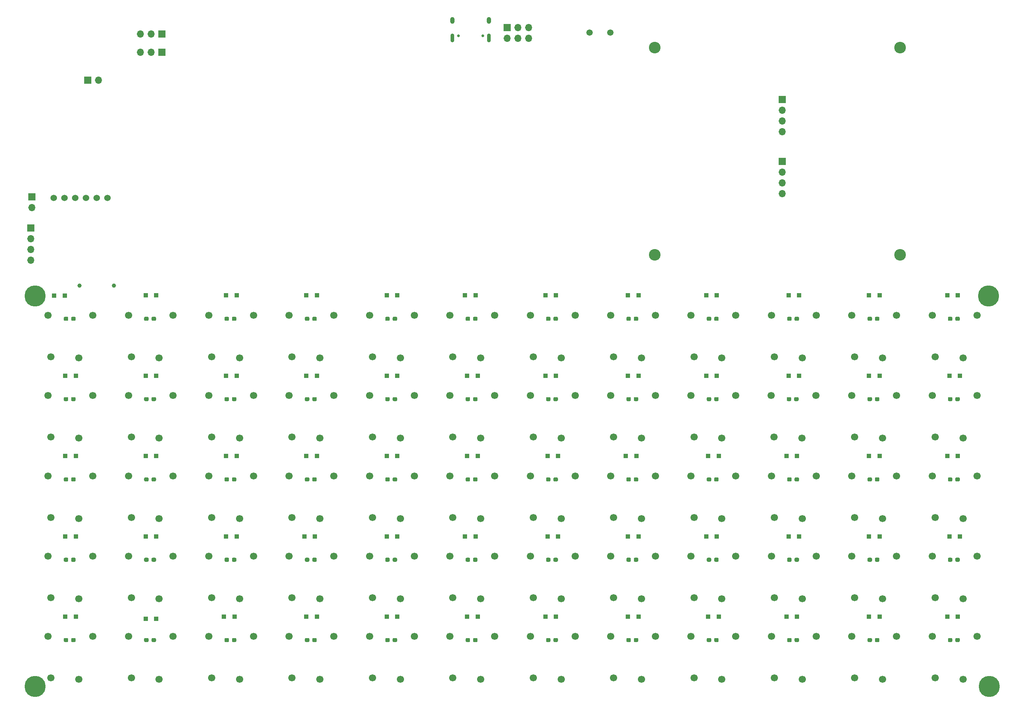
<source format=gbr>
%TF.GenerationSoftware,KiCad,Pcbnew,(5.1.9)-1*%
%TF.CreationDate,2021-10-30T21:00:12+02:00*%
%TF.ProjectId,88RPI,38385250-492e-46b6-9963-61645f706362,rev?*%
%TF.SameCoordinates,Original*%
%TF.FileFunction,Soldermask,Top*%
%TF.FilePolarity,Negative*%
%FSLAX46Y46*%
G04 Gerber Fmt 4.6, Leading zero omitted, Abs format (unit mm)*
G04 Created by KiCad (PCBNEW (5.1.9)-1) date 2021-10-30 21:00:12*
%MOMM*%
%LPD*%
G01*
G04 APERTURE LIST*
%ADD10O,1.700000X1.700000*%
%ADD11R,1.700000X1.700000*%
%ADD12C,0.650000*%
%ADD13O,0.900000X2.100000*%
%ADD14O,1.000000X1.600000*%
%ADD15C,1.524000*%
%ADD16C,1.000000*%
%ADD17C,0.800000*%
%ADD18C,5.000000*%
%ADD19C,2.750000*%
%ADD20C,1.700000*%
%ADD21R,1.000000X1.000000*%
%ADD22C,1.500000*%
G04 APERTURE END LIST*
D10*
%TO.C,J3*%
X138303000Y-22225000D03*
X138303000Y-19685000D03*
X135763000Y-22225000D03*
X135763000Y-19685000D03*
X133223000Y-22225000D03*
D11*
X133223000Y-19685000D03*
%TD*%
D12*
%TO.C,J4*%
X127464000Y-21622000D03*
X121684000Y-21622000D03*
D13*
X128894000Y-22122000D03*
X120254000Y-22122000D03*
D14*
X128894000Y-17942000D03*
X120254000Y-17942000D03*
%TD*%
D15*
%TO.C,U4*%
X38684200Y-59956700D03*
X36144200Y-59956700D03*
X33604200Y-59956700D03*
X31064200Y-59956700D03*
X28524200Y-59956700D03*
X25984200Y-59956700D03*
%TD*%
D16*
%TO.C,J11*%
X40208200Y-80695800D03*
X32105600Y-80695800D03*
%TD*%
D17*
%TO.C,H1*%
X22915825Y-81859175D03*
X21590000Y-81310000D03*
X20264175Y-81859175D03*
X19715000Y-83185000D03*
X20264175Y-84510825D03*
X21590000Y-85060000D03*
X22915825Y-84510825D03*
X23465000Y-83185000D03*
D18*
X21590000Y-83185000D03*
%TD*%
D17*
%TO.C,H2*%
X248340825Y-81859175D03*
X247015000Y-81310000D03*
X245689175Y-81859175D03*
X245140000Y-83185000D03*
X245689175Y-84510825D03*
X247015000Y-85060000D03*
X248340825Y-84510825D03*
X248890000Y-83185000D03*
D18*
X247015000Y-83185000D03*
%TD*%
D17*
%TO.C,H3*%
X22915825Y-174188175D03*
X21590000Y-173639000D03*
X20264175Y-174188175D03*
X19715000Y-175514000D03*
X20264175Y-176839825D03*
X21590000Y-177389000D03*
X22915825Y-176839825D03*
X23465000Y-175514000D03*
D18*
X21590000Y-175514000D03*
%TD*%
D17*
%TO.C,H4*%
X248467825Y-174188175D03*
X247142000Y-173639000D03*
X245816175Y-174188175D03*
X245267000Y-175514000D03*
X245816175Y-176839825D03*
X247142000Y-177389000D03*
X248467825Y-176839825D03*
X249017000Y-175514000D03*
D18*
X247142000Y-175514000D03*
%TD*%
D19*
%TO.C,J9*%
X226104000Y-73384000D03*
X168104000Y-73384000D03*
X168104000Y-24384000D03*
X226104000Y-24384000D03*
%TD*%
D10*
%TO.C,J10*%
X36576000Y-32131000D03*
D11*
X34036000Y-32131000D03*
%TD*%
D20*
%TO.C,SW1*%
X24681900Y-87691500D03*
X35261000Y-87704200D03*
X25367700Y-97521300D03*
X31959000Y-97800700D03*
G36*
G01*
X30150000Y-88779900D02*
X30150000Y-88304900D01*
G75*
G02*
X30387500Y-88067400I237500J0D01*
G01*
X30962500Y-88067400D01*
G75*
G02*
X31200000Y-88304900I0J-237500D01*
G01*
X31200000Y-88779900D01*
G75*
G02*
X30962500Y-89017400I-237500J0D01*
G01*
X30387500Y-89017400D01*
G75*
G02*
X30150000Y-88779900I0J237500D01*
G01*
G37*
G36*
G01*
X28400000Y-88779900D02*
X28400000Y-88304900D01*
G75*
G02*
X28637500Y-88067400I237500J0D01*
G01*
X29212500Y-88067400D01*
G75*
G02*
X29450000Y-88304900I0J-237500D01*
G01*
X29450000Y-88779900D01*
G75*
G02*
X29212500Y-89017400I-237500J0D01*
G01*
X28637500Y-89017400D01*
G75*
G02*
X28400000Y-88779900I0J237500D01*
G01*
G37*
%TD*%
%TO.C,SW2*%
G36*
G01*
X47400000Y-88779900D02*
X47400000Y-88304900D01*
G75*
G02*
X47637500Y-88067400I237500J0D01*
G01*
X48212500Y-88067400D01*
G75*
G02*
X48450000Y-88304900I0J-237500D01*
G01*
X48450000Y-88779900D01*
G75*
G02*
X48212500Y-89017400I-237500J0D01*
G01*
X47637500Y-89017400D01*
G75*
G02*
X47400000Y-88779900I0J237500D01*
G01*
G37*
G36*
G01*
X49150000Y-88779900D02*
X49150000Y-88304900D01*
G75*
G02*
X49387500Y-88067400I237500J0D01*
G01*
X49962500Y-88067400D01*
G75*
G02*
X50200000Y-88304900I0J-237500D01*
G01*
X50200000Y-88779900D01*
G75*
G02*
X49962500Y-89017400I-237500J0D01*
G01*
X49387500Y-89017400D01*
G75*
G02*
X49150000Y-88779900I0J237500D01*
G01*
G37*
X50959000Y-97800700D03*
X44367700Y-97521300D03*
X54261000Y-87704200D03*
X43681900Y-87691500D03*
%TD*%
%TO.C,SW3*%
X62681900Y-87691500D03*
X73261000Y-87704200D03*
X63367700Y-97521300D03*
X69959000Y-97800700D03*
G36*
G01*
X68150000Y-88779900D02*
X68150000Y-88304900D01*
G75*
G02*
X68387500Y-88067400I237500J0D01*
G01*
X68962500Y-88067400D01*
G75*
G02*
X69200000Y-88304900I0J-237500D01*
G01*
X69200000Y-88779900D01*
G75*
G02*
X68962500Y-89017400I-237500J0D01*
G01*
X68387500Y-89017400D01*
G75*
G02*
X68150000Y-88779900I0J237500D01*
G01*
G37*
G36*
G01*
X66400000Y-88779900D02*
X66400000Y-88304900D01*
G75*
G02*
X66637500Y-88067400I237500J0D01*
G01*
X67212500Y-88067400D01*
G75*
G02*
X67450000Y-88304900I0J-237500D01*
G01*
X67450000Y-88779900D01*
G75*
G02*
X67212500Y-89017400I-237500J0D01*
G01*
X66637500Y-89017400D01*
G75*
G02*
X66400000Y-88779900I0J237500D01*
G01*
G37*
%TD*%
%TO.C,SW4*%
G36*
G01*
X85400000Y-88779900D02*
X85400000Y-88304900D01*
G75*
G02*
X85637500Y-88067400I237500J0D01*
G01*
X86212500Y-88067400D01*
G75*
G02*
X86450000Y-88304900I0J-237500D01*
G01*
X86450000Y-88779900D01*
G75*
G02*
X86212500Y-89017400I-237500J0D01*
G01*
X85637500Y-89017400D01*
G75*
G02*
X85400000Y-88779900I0J237500D01*
G01*
G37*
G36*
G01*
X87150000Y-88779900D02*
X87150000Y-88304900D01*
G75*
G02*
X87387500Y-88067400I237500J0D01*
G01*
X87962500Y-88067400D01*
G75*
G02*
X88200000Y-88304900I0J-237500D01*
G01*
X88200000Y-88779900D01*
G75*
G02*
X87962500Y-89017400I-237500J0D01*
G01*
X87387500Y-89017400D01*
G75*
G02*
X87150000Y-88779900I0J237500D01*
G01*
G37*
X88959000Y-97800700D03*
X82367700Y-97521300D03*
X92261000Y-87704200D03*
X81681900Y-87691500D03*
%TD*%
%TO.C,SW5*%
X100681900Y-87691500D03*
X111261000Y-87704200D03*
X101367700Y-97521300D03*
X107959000Y-97800700D03*
G36*
G01*
X106150000Y-88779900D02*
X106150000Y-88304900D01*
G75*
G02*
X106387500Y-88067400I237500J0D01*
G01*
X106962500Y-88067400D01*
G75*
G02*
X107200000Y-88304900I0J-237500D01*
G01*
X107200000Y-88779900D01*
G75*
G02*
X106962500Y-89017400I-237500J0D01*
G01*
X106387500Y-89017400D01*
G75*
G02*
X106150000Y-88779900I0J237500D01*
G01*
G37*
G36*
G01*
X104400000Y-88779900D02*
X104400000Y-88304900D01*
G75*
G02*
X104637500Y-88067400I237500J0D01*
G01*
X105212500Y-88067400D01*
G75*
G02*
X105450000Y-88304900I0J-237500D01*
G01*
X105450000Y-88779900D01*
G75*
G02*
X105212500Y-89017400I-237500J0D01*
G01*
X104637500Y-89017400D01*
G75*
G02*
X104400000Y-88779900I0J237500D01*
G01*
G37*
%TD*%
%TO.C,SW6*%
G36*
G01*
X123400000Y-88779900D02*
X123400000Y-88304900D01*
G75*
G02*
X123637500Y-88067400I237500J0D01*
G01*
X124212500Y-88067400D01*
G75*
G02*
X124450000Y-88304900I0J-237500D01*
G01*
X124450000Y-88779900D01*
G75*
G02*
X124212500Y-89017400I-237500J0D01*
G01*
X123637500Y-89017400D01*
G75*
G02*
X123400000Y-88779900I0J237500D01*
G01*
G37*
G36*
G01*
X125150000Y-88779900D02*
X125150000Y-88304900D01*
G75*
G02*
X125387500Y-88067400I237500J0D01*
G01*
X125962500Y-88067400D01*
G75*
G02*
X126200000Y-88304900I0J-237500D01*
G01*
X126200000Y-88779900D01*
G75*
G02*
X125962500Y-89017400I-237500J0D01*
G01*
X125387500Y-89017400D01*
G75*
G02*
X125150000Y-88779900I0J237500D01*
G01*
G37*
X126959000Y-97800700D03*
X120367700Y-97521300D03*
X130261000Y-87704200D03*
X119681900Y-87691500D03*
%TD*%
%TO.C,SW7*%
X138681900Y-87691500D03*
X149261000Y-87704200D03*
X139367700Y-97521300D03*
X145959000Y-97800700D03*
G36*
G01*
X144150000Y-88779900D02*
X144150000Y-88304900D01*
G75*
G02*
X144387500Y-88067400I237500J0D01*
G01*
X144962500Y-88067400D01*
G75*
G02*
X145200000Y-88304900I0J-237500D01*
G01*
X145200000Y-88779900D01*
G75*
G02*
X144962500Y-89017400I-237500J0D01*
G01*
X144387500Y-89017400D01*
G75*
G02*
X144150000Y-88779900I0J237500D01*
G01*
G37*
G36*
G01*
X142400000Y-88779900D02*
X142400000Y-88304900D01*
G75*
G02*
X142637500Y-88067400I237500J0D01*
G01*
X143212500Y-88067400D01*
G75*
G02*
X143450000Y-88304900I0J-237500D01*
G01*
X143450000Y-88779900D01*
G75*
G02*
X143212500Y-89017400I-237500J0D01*
G01*
X142637500Y-89017400D01*
G75*
G02*
X142400000Y-88779900I0J237500D01*
G01*
G37*
%TD*%
%TO.C,SW8*%
G36*
G01*
X161400000Y-88779900D02*
X161400000Y-88304900D01*
G75*
G02*
X161637500Y-88067400I237500J0D01*
G01*
X162212500Y-88067400D01*
G75*
G02*
X162450000Y-88304900I0J-237500D01*
G01*
X162450000Y-88779900D01*
G75*
G02*
X162212500Y-89017400I-237500J0D01*
G01*
X161637500Y-89017400D01*
G75*
G02*
X161400000Y-88779900I0J237500D01*
G01*
G37*
G36*
G01*
X163150000Y-88779900D02*
X163150000Y-88304900D01*
G75*
G02*
X163387500Y-88067400I237500J0D01*
G01*
X163962500Y-88067400D01*
G75*
G02*
X164200000Y-88304900I0J-237500D01*
G01*
X164200000Y-88779900D01*
G75*
G02*
X163962500Y-89017400I-237500J0D01*
G01*
X163387500Y-89017400D01*
G75*
G02*
X163150000Y-88779900I0J237500D01*
G01*
G37*
X164959000Y-97800700D03*
X158367700Y-97521300D03*
X168261000Y-87704200D03*
X157681900Y-87691500D03*
%TD*%
%TO.C,SW9*%
X176681900Y-87691500D03*
X187261000Y-87704200D03*
X177367700Y-97521300D03*
X183959000Y-97800700D03*
G36*
G01*
X182150000Y-88779900D02*
X182150000Y-88304900D01*
G75*
G02*
X182387500Y-88067400I237500J0D01*
G01*
X182962500Y-88067400D01*
G75*
G02*
X183200000Y-88304900I0J-237500D01*
G01*
X183200000Y-88779900D01*
G75*
G02*
X182962500Y-89017400I-237500J0D01*
G01*
X182387500Y-89017400D01*
G75*
G02*
X182150000Y-88779900I0J237500D01*
G01*
G37*
G36*
G01*
X180400000Y-88779900D02*
X180400000Y-88304900D01*
G75*
G02*
X180637500Y-88067400I237500J0D01*
G01*
X181212500Y-88067400D01*
G75*
G02*
X181450000Y-88304900I0J-237500D01*
G01*
X181450000Y-88779900D01*
G75*
G02*
X181212500Y-89017400I-237500J0D01*
G01*
X180637500Y-89017400D01*
G75*
G02*
X180400000Y-88779900I0J237500D01*
G01*
G37*
%TD*%
%TO.C,SW10*%
X195681900Y-87691500D03*
X206261000Y-87704200D03*
X196367700Y-97521300D03*
X202959000Y-97800700D03*
G36*
G01*
X201150000Y-88779900D02*
X201150000Y-88304900D01*
G75*
G02*
X201387500Y-88067400I237500J0D01*
G01*
X201962500Y-88067400D01*
G75*
G02*
X202200000Y-88304900I0J-237500D01*
G01*
X202200000Y-88779900D01*
G75*
G02*
X201962500Y-89017400I-237500J0D01*
G01*
X201387500Y-89017400D01*
G75*
G02*
X201150000Y-88779900I0J237500D01*
G01*
G37*
G36*
G01*
X199400000Y-88779900D02*
X199400000Y-88304900D01*
G75*
G02*
X199637500Y-88067400I237500J0D01*
G01*
X200212500Y-88067400D01*
G75*
G02*
X200450000Y-88304900I0J-237500D01*
G01*
X200450000Y-88779900D01*
G75*
G02*
X200212500Y-89017400I-237500J0D01*
G01*
X199637500Y-89017400D01*
G75*
G02*
X199400000Y-88779900I0J237500D01*
G01*
G37*
%TD*%
%TO.C,SW11*%
X214681900Y-87691500D03*
X225261000Y-87704200D03*
X215367700Y-97521300D03*
X221959000Y-97800700D03*
G36*
G01*
X220150000Y-88779900D02*
X220150000Y-88304900D01*
G75*
G02*
X220387500Y-88067400I237500J0D01*
G01*
X220962500Y-88067400D01*
G75*
G02*
X221200000Y-88304900I0J-237500D01*
G01*
X221200000Y-88779900D01*
G75*
G02*
X220962500Y-89017400I-237500J0D01*
G01*
X220387500Y-89017400D01*
G75*
G02*
X220150000Y-88779900I0J237500D01*
G01*
G37*
G36*
G01*
X218400000Y-88779900D02*
X218400000Y-88304900D01*
G75*
G02*
X218637500Y-88067400I237500J0D01*
G01*
X219212500Y-88067400D01*
G75*
G02*
X219450000Y-88304900I0J-237500D01*
G01*
X219450000Y-88779900D01*
G75*
G02*
X219212500Y-89017400I-237500J0D01*
G01*
X218637500Y-89017400D01*
G75*
G02*
X218400000Y-88779900I0J237500D01*
G01*
G37*
%TD*%
%TO.C,SW12*%
G36*
G01*
X237400000Y-88779900D02*
X237400000Y-88304900D01*
G75*
G02*
X237637500Y-88067400I237500J0D01*
G01*
X238212500Y-88067400D01*
G75*
G02*
X238450000Y-88304900I0J-237500D01*
G01*
X238450000Y-88779900D01*
G75*
G02*
X238212500Y-89017400I-237500J0D01*
G01*
X237637500Y-89017400D01*
G75*
G02*
X237400000Y-88779900I0J237500D01*
G01*
G37*
G36*
G01*
X239150000Y-88779900D02*
X239150000Y-88304900D01*
G75*
G02*
X239387500Y-88067400I237500J0D01*
G01*
X239962500Y-88067400D01*
G75*
G02*
X240200000Y-88304900I0J-237500D01*
G01*
X240200000Y-88779900D01*
G75*
G02*
X239962500Y-89017400I-237500J0D01*
G01*
X239387500Y-89017400D01*
G75*
G02*
X239150000Y-88779900I0J237500D01*
G01*
G37*
X240959000Y-97800700D03*
X234367700Y-97521300D03*
X244261000Y-87704200D03*
X233681900Y-87691500D03*
%TD*%
%TO.C,SW13*%
X24681900Y-106691500D03*
X35261000Y-106704200D03*
X25367700Y-116521300D03*
X31959000Y-116800700D03*
G36*
G01*
X30150000Y-107779900D02*
X30150000Y-107304900D01*
G75*
G02*
X30387500Y-107067400I237500J0D01*
G01*
X30962500Y-107067400D01*
G75*
G02*
X31200000Y-107304900I0J-237500D01*
G01*
X31200000Y-107779900D01*
G75*
G02*
X30962500Y-108017400I-237500J0D01*
G01*
X30387500Y-108017400D01*
G75*
G02*
X30150000Y-107779900I0J237500D01*
G01*
G37*
G36*
G01*
X28400000Y-107779900D02*
X28400000Y-107304900D01*
G75*
G02*
X28637500Y-107067400I237500J0D01*
G01*
X29212500Y-107067400D01*
G75*
G02*
X29450000Y-107304900I0J-237500D01*
G01*
X29450000Y-107779900D01*
G75*
G02*
X29212500Y-108017400I-237500J0D01*
G01*
X28637500Y-108017400D01*
G75*
G02*
X28400000Y-107779900I0J237500D01*
G01*
G37*
%TD*%
%TO.C,SW14*%
G36*
G01*
X47400000Y-107779900D02*
X47400000Y-107304900D01*
G75*
G02*
X47637500Y-107067400I237500J0D01*
G01*
X48212500Y-107067400D01*
G75*
G02*
X48450000Y-107304900I0J-237500D01*
G01*
X48450000Y-107779900D01*
G75*
G02*
X48212500Y-108017400I-237500J0D01*
G01*
X47637500Y-108017400D01*
G75*
G02*
X47400000Y-107779900I0J237500D01*
G01*
G37*
G36*
G01*
X49150000Y-107779900D02*
X49150000Y-107304900D01*
G75*
G02*
X49387500Y-107067400I237500J0D01*
G01*
X49962500Y-107067400D01*
G75*
G02*
X50200000Y-107304900I0J-237500D01*
G01*
X50200000Y-107779900D01*
G75*
G02*
X49962500Y-108017400I-237500J0D01*
G01*
X49387500Y-108017400D01*
G75*
G02*
X49150000Y-107779900I0J237500D01*
G01*
G37*
X50959000Y-116800700D03*
X44367700Y-116521300D03*
X54261000Y-106704200D03*
X43681900Y-106691500D03*
%TD*%
%TO.C,SW15*%
X62681900Y-106691500D03*
X73261000Y-106704200D03*
X63367700Y-116521300D03*
X69959000Y-116800700D03*
G36*
G01*
X68150000Y-107779900D02*
X68150000Y-107304900D01*
G75*
G02*
X68387500Y-107067400I237500J0D01*
G01*
X68962500Y-107067400D01*
G75*
G02*
X69200000Y-107304900I0J-237500D01*
G01*
X69200000Y-107779900D01*
G75*
G02*
X68962500Y-108017400I-237500J0D01*
G01*
X68387500Y-108017400D01*
G75*
G02*
X68150000Y-107779900I0J237500D01*
G01*
G37*
G36*
G01*
X66400000Y-107779900D02*
X66400000Y-107304900D01*
G75*
G02*
X66637500Y-107067400I237500J0D01*
G01*
X67212500Y-107067400D01*
G75*
G02*
X67450000Y-107304900I0J-237500D01*
G01*
X67450000Y-107779900D01*
G75*
G02*
X67212500Y-108017400I-237500J0D01*
G01*
X66637500Y-108017400D01*
G75*
G02*
X66400000Y-107779900I0J237500D01*
G01*
G37*
%TD*%
%TO.C,SW16*%
G36*
G01*
X85400000Y-107779900D02*
X85400000Y-107304900D01*
G75*
G02*
X85637500Y-107067400I237500J0D01*
G01*
X86212500Y-107067400D01*
G75*
G02*
X86450000Y-107304900I0J-237500D01*
G01*
X86450000Y-107779900D01*
G75*
G02*
X86212500Y-108017400I-237500J0D01*
G01*
X85637500Y-108017400D01*
G75*
G02*
X85400000Y-107779900I0J237500D01*
G01*
G37*
G36*
G01*
X87150000Y-107779900D02*
X87150000Y-107304900D01*
G75*
G02*
X87387500Y-107067400I237500J0D01*
G01*
X87962500Y-107067400D01*
G75*
G02*
X88200000Y-107304900I0J-237500D01*
G01*
X88200000Y-107779900D01*
G75*
G02*
X87962500Y-108017400I-237500J0D01*
G01*
X87387500Y-108017400D01*
G75*
G02*
X87150000Y-107779900I0J237500D01*
G01*
G37*
X88959000Y-116800700D03*
X82367700Y-116521300D03*
X92261000Y-106704200D03*
X81681900Y-106691500D03*
%TD*%
%TO.C,SW17*%
X100681900Y-106691500D03*
X111261000Y-106704200D03*
X101367700Y-116521300D03*
X107959000Y-116800700D03*
G36*
G01*
X106150000Y-107779900D02*
X106150000Y-107304900D01*
G75*
G02*
X106387500Y-107067400I237500J0D01*
G01*
X106962500Y-107067400D01*
G75*
G02*
X107200000Y-107304900I0J-237500D01*
G01*
X107200000Y-107779900D01*
G75*
G02*
X106962500Y-108017400I-237500J0D01*
G01*
X106387500Y-108017400D01*
G75*
G02*
X106150000Y-107779900I0J237500D01*
G01*
G37*
G36*
G01*
X104400000Y-107779900D02*
X104400000Y-107304900D01*
G75*
G02*
X104637500Y-107067400I237500J0D01*
G01*
X105212500Y-107067400D01*
G75*
G02*
X105450000Y-107304900I0J-237500D01*
G01*
X105450000Y-107779900D01*
G75*
G02*
X105212500Y-108017400I-237500J0D01*
G01*
X104637500Y-108017400D01*
G75*
G02*
X104400000Y-107779900I0J237500D01*
G01*
G37*
%TD*%
%TO.C,SW18*%
X119681900Y-106691500D03*
X130261000Y-106704200D03*
X120367700Y-116521300D03*
X126959000Y-116800700D03*
G36*
G01*
X125150000Y-107779900D02*
X125150000Y-107304900D01*
G75*
G02*
X125387500Y-107067400I237500J0D01*
G01*
X125962500Y-107067400D01*
G75*
G02*
X126200000Y-107304900I0J-237500D01*
G01*
X126200000Y-107779900D01*
G75*
G02*
X125962500Y-108017400I-237500J0D01*
G01*
X125387500Y-108017400D01*
G75*
G02*
X125150000Y-107779900I0J237500D01*
G01*
G37*
G36*
G01*
X123400000Y-107779900D02*
X123400000Y-107304900D01*
G75*
G02*
X123637500Y-107067400I237500J0D01*
G01*
X124212500Y-107067400D01*
G75*
G02*
X124450000Y-107304900I0J-237500D01*
G01*
X124450000Y-107779900D01*
G75*
G02*
X124212500Y-108017400I-237500J0D01*
G01*
X123637500Y-108017400D01*
G75*
G02*
X123400000Y-107779900I0J237500D01*
G01*
G37*
%TD*%
%TO.C,SW19*%
X138681900Y-106691500D03*
X149261000Y-106704200D03*
X139367700Y-116521300D03*
X145959000Y-116800700D03*
G36*
G01*
X144150000Y-107779900D02*
X144150000Y-107304900D01*
G75*
G02*
X144387500Y-107067400I237500J0D01*
G01*
X144962500Y-107067400D01*
G75*
G02*
X145200000Y-107304900I0J-237500D01*
G01*
X145200000Y-107779900D01*
G75*
G02*
X144962500Y-108017400I-237500J0D01*
G01*
X144387500Y-108017400D01*
G75*
G02*
X144150000Y-107779900I0J237500D01*
G01*
G37*
G36*
G01*
X142400000Y-107779900D02*
X142400000Y-107304900D01*
G75*
G02*
X142637500Y-107067400I237500J0D01*
G01*
X143212500Y-107067400D01*
G75*
G02*
X143450000Y-107304900I0J-237500D01*
G01*
X143450000Y-107779900D01*
G75*
G02*
X143212500Y-108017400I-237500J0D01*
G01*
X142637500Y-108017400D01*
G75*
G02*
X142400000Y-107779900I0J237500D01*
G01*
G37*
%TD*%
%TO.C,SW20*%
G36*
G01*
X161400000Y-107779900D02*
X161400000Y-107304900D01*
G75*
G02*
X161637500Y-107067400I237500J0D01*
G01*
X162212500Y-107067400D01*
G75*
G02*
X162450000Y-107304900I0J-237500D01*
G01*
X162450000Y-107779900D01*
G75*
G02*
X162212500Y-108017400I-237500J0D01*
G01*
X161637500Y-108017400D01*
G75*
G02*
X161400000Y-107779900I0J237500D01*
G01*
G37*
G36*
G01*
X163150000Y-107779900D02*
X163150000Y-107304900D01*
G75*
G02*
X163387500Y-107067400I237500J0D01*
G01*
X163962500Y-107067400D01*
G75*
G02*
X164200000Y-107304900I0J-237500D01*
G01*
X164200000Y-107779900D01*
G75*
G02*
X163962500Y-108017400I-237500J0D01*
G01*
X163387500Y-108017400D01*
G75*
G02*
X163150000Y-107779900I0J237500D01*
G01*
G37*
X164959000Y-116800700D03*
X158367700Y-116521300D03*
X168261000Y-106704200D03*
X157681900Y-106691500D03*
%TD*%
%TO.C,SW21*%
X176681900Y-106691500D03*
X187261000Y-106704200D03*
X177367700Y-116521300D03*
X183959000Y-116800700D03*
G36*
G01*
X182150000Y-107779900D02*
X182150000Y-107304900D01*
G75*
G02*
X182387500Y-107067400I237500J0D01*
G01*
X182962500Y-107067400D01*
G75*
G02*
X183200000Y-107304900I0J-237500D01*
G01*
X183200000Y-107779900D01*
G75*
G02*
X182962500Y-108017400I-237500J0D01*
G01*
X182387500Y-108017400D01*
G75*
G02*
X182150000Y-107779900I0J237500D01*
G01*
G37*
G36*
G01*
X180400000Y-107779900D02*
X180400000Y-107304900D01*
G75*
G02*
X180637500Y-107067400I237500J0D01*
G01*
X181212500Y-107067400D01*
G75*
G02*
X181450000Y-107304900I0J-237500D01*
G01*
X181450000Y-107779900D01*
G75*
G02*
X181212500Y-108017400I-237500J0D01*
G01*
X180637500Y-108017400D01*
G75*
G02*
X180400000Y-107779900I0J237500D01*
G01*
G37*
%TD*%
%TO.C,SW22*%
G36*
G01*
X199300000Y-107779900D02*
X199300000Y-107304900D01*
G75*
G02*
X199537500Y-107067400I237500J0D01*
G01*
X200112500Y-107067400D01*
G75*
G02*
X200350000Y-107304900I0J-237500D01*
G01*
X200350000Y-107779900D01*
G75*
G02*
X200112500Y-108017400I-237500J0D01*
G01*
X199537500Y-108017400D01*
G75*
G02*
X199300000Y-107779900I0J237500D01*
G01*
G37*
G36*
G01*
X201050000Y-107779900D02*
X201050000Y-107304900D01*
G75*
G02*
X201287500Y-107067400I237500J0D01*
G01*
X201862500Y-107067400D01*
G75*
G02*
X202100000Y-107304900I0J-237500D01*
G01*
X202100000Y-107779900D01*
G75*
G02*
X201862500Y-108017400I-237500J0D01*
G01*
X201287500Y-108017400D01*
G75*
G02*
X201050000Y-107779900I0J237500D01*
G01*
G37*
X202859000Y-116800700D03*
X196267700Y-116521300D03*
X206161000Y-106704200D03*
X195581900Y-106691500D03*
%TD*%
%TO.C,SW23*%
X214681900Y-106691500D03*
X225261000Y-106704200D03*
X215367700Y-116521300D03*
X221959000Y-116800700D03*
G36*
G01*
X220150000Y-107779900D02*
X220150000Y-107304900D01*
G75*
G02*
X220387500Y-107067400I237500J0D01*
G01*
X220962500Y-107067400D01*
G75*
G02*
X221200000Y-107304900I0J-237500D01*
G01*
X221200000Y-107779900D01*
G75*
G02*
X220962500Y-108017400I-237500J0D01*
G01*
X220387500Y-108017400D01*
G75*
G02*
X220150000Y-107779900I0J237500D01*
G01*
G37*
G36*
G01*
X218400000Y-107779900D02*
X218400000Y-107304900D01*
G75*
G02*
X218637500Y-107067400I237500J0D01*
G01*
X219212500Y-107067400D01*
G75*
G02*
X219450000Y-107304900I0J-237500D01*
G01*
X219450000Y-107779900D01*
G75*
G02*
X219212500Y-108017400I-237500J0D01*
G01*
X218637500Y-108017400D01*
G75*
G02*
X218400000Y-107779900I0J237500D01*
G01*
G37*
%TD*%
%TO.C,SW24*%
G36*
G01*
X237400000Y-107779900D02*
X237400000Y-107304900D01*
G75*
G02*
X237637500Y-107067400I237500J0D01*
G01*
X238212500Y-107067400D01*
G75*
G02*
X238450000Y-107304900I0J-237500D01*
G01*
X238450000Y-107779900D01*
G75*
G02*
X238212500Y-108017400I-237500J0D01*
G01*
X237637500Y-108017400D01*
G75*
G02*
X237400000Y-107779900I0J237500D01*
G01*
G37*
G36*
G01*
X239150000Y-107779900D02*
X239150000Y-107304900D01*
G75*
G02*
X239387500Y-107067400I237500J0D01*
G01*
X239962500Y-107067400D01*
G75*
G02*
X240200000Y-107304900I0J-237500D01*
G01*
X240200000Y-107779900D01*
G75*
G02*
X239962500Y-108017400I-237500J0D01*
G01*
X239387500Y-108017400D01*
G75*
G02*
X239150000Y-107779900I0J237500D01*
G01*
G37*
X240959000Y-116800700D03*
X234367700Y-116521300D03*
X244261000Y-106704200D03*
X233681900Y-106691500D03*
%TD*%
%TO.C,SW25*%
X24681900Y-125691500D03*
X35261000Y-125704200D03*
X25367700Y-135521300D03*
X31959000Y-135800700D03*
G36*
G01*
X30150000Y-126779900D02*
X30150000Y-126304900D01*
G75*
G02*
X30387500Y-126067400I237500J0D01*
G01*
X30962500Y-126067400D01*
G75*
G02*
X31200000Y-126304900I0J-237500D01*
G01*
X31200000Y-126779900D01*
G75*
G02*
X30962500Y-127017400I-237500J0D01*
G01*
X30387500Y-127017400D01*
G75*
G02*
X30150000Y-126779900I0J237500D01*
G01*
G37*
G36*
G01*
X28400000Y-126779900D02*
X28400000Y-126304900D01*
G75*
G02*
X28637500Y-126067400I237500J0D01*
G01*
X29212500Y-126067400D01*
G75*
G02*
X29450000Y-126304900I0J-237500D01*
G01*
X29450000Y-126779900D01*
G75*
G02*
X29212500Y-127017400I-237500J0D01*
G01*
X28637500Y-127017400D01*
G75*
G02*
X28400000Y-126779900I0J237500D01*
G01*
G37*
%TD*%
%TO.C,SW26*%
G36*
G01*
X47400000Y-126779900D02*
X47400000Y-126304900D01*
G75*
G02*
X47637500Y-126067400I237500J0D01*
G01*
X48212500Y-126067400D01*
G75*
G02*
X48450000Y-126304900I0J-237500D01*
G01*
X48450000Y-126779900D01*
G75*
G02*
X48212500Y-127017400I-237500J0D01*
G01*
X47637500Y-127017400D01*
G75*
G02*
X47400000Y-126779900I0J237500D01*
G01*
G37*
G36*
G01*
X49150000Y-126779900D02*
X49150000Y-126304900D01*
G75*
G02*
X49387500Y-126067400I237500J0D01*
G01*
X49962500Y-126067400D01*
G75*
G02*
X50200000Y-126304900I0J-237500D01*
G01*
X50200000Y-126779900D01*
G75*
G02*
X49962500Y-127017400I-237500J0D01*
G01*
X49387500Y-127017400D01*
G75*
G02*
X49150000Y-126779900I0J237500D01*
G01*
G37*
X50959000Y-135800700D03*
X44367700Y-135521300D03*
X54261000Y-125704200D03*
X43681900Y-125691500D03*
%TD*%
%TO.C,SW27*%
G36*
G01*
X66400000Y-126779900D02*
X66400000Y-126304900D01*
G75*
G02*
X66637500Y-126067400I237500J0D01*
G01*
X67212500Y-126067400D01*
G75*
G02*
X67450000Y-126304900I0J-237500D01*
G01*
X67450000Y-126779900D01*
G75*
G02*
X67212500Y-127017400I-237500J0D01*
G01*
X66637500Y-127017400D01*
G75*
G02*
X66400000Y-126779900I0J237500D01*
G01*
G37*
G36*
G01*
X68150000Y-126779900D02*
X68150000Y-126304900D01*
G75*
G02*
X68387500Y-126067400I237500J0D01*
G01*
X68962500Y-126067400D01*
G75*
G02*
X69200000Y-126304900I0J-237500D01*
G01*
X69200000Y-126779900D01*
G75*
G02*
X68962500Y-127017400I-237500J0D01*
G01*
X68387500Y-127017400D01*
G75*
G02*
X68150000Y-126779900I0J237500D01*
G01*
G37*
X69959000Y-135800700D03*
X63367700Y-135521300D03*
X73261000Y-125704200D03*
X62681900Y-125691500D03*
%TD*%
%TO.C,SW28*%
G36*
G01*
X85400000Y-126779900D02*
X85400000Y-126304900D01*
G75*
G02*
X85637500Y-126067400I237500J0D01*
G01*
X86212500Y-126067400D01*
G75*
G02*
X86450000Y-126304900I0J-237500D01*
G01*
X86450000Y-126779900D01*
G75*
G02*
X86212500Y-127017400I-237500J0D01*
G01*
X85637500Y-127017400D01*
G75*
G02*
X85400000Y-126779900I0J237500D01*
G01*
G37*
G36*
G01*
X87150000Y-126779900D02*
X87150000Y-126304900D01*
G75*
G02*
X87387500Y-126067400I237500J0D01*
G01*
X87962500Y-126067400D01*
G75*
G02*
X88200000Y-126304900I0J-237500D01*
G01*
X88200000Y-126779900D01*
G75*
G02*
X87962500Y-127017400I-237500J0D01*
G01*
X87387500Y-127017400D01*
G75*
G02*
X87150000Y-126779900I0J237500D01*
G01*
G37*
X88959000Y-135800700D03*
X82367700Y-135521300D03*
X92261000Y-125704200D03*
X81681900Y-125691500D03*
%TD*%
%TO.C,SW29*%
X100681900Y-125691500D03*
X111261000Y-125704200D03*
X101367700Y-135521300D03*
X107959000Y-135800700D03*
G36*
G01*
X106150000Y-126779900D02*
X106150000Y-126304900D01*
G75*
G02*
X106387500Y-126067400I237500J0D01*
G01*
X106962500Y-126067400D01*
G75*
G02*
X107200000Y-126304900I0J-237500D01*
G01*
X107200000Y-126779900D01*
G75*
G02*
X106962500Y-127017400I-237500J0D01*
G01*
X106387500Y-127017400D01*
G75*
G02*
X106150000Y-126779900I0J237500D01*
G01*
G37*
G36*
G01*
X104400000Y-126779900D02*
X104400000Y-126304900D01*
G75*
G02*
X104637500Y-126067400I237500J0D01*
G01*
X105212500Y-126067400D01*
G75*
G02*
X105450000Y-126304900I0J-237500D01*
G01*
X105450000Y-126779900D01*
G75*
G02*
X105212500Y-127017400I-237500J0D01*
G01*
X104637500Y-127017400D01*
G75*
G02*
X104400000Y-126779900I0J237500D01*
G01*
G37*
%TD*%
%TO.C,SW30*%
G36*
G01*
X123400000Y-126779900D02*
X123400000Y-126304900D01*
G75*
G02*
X123637500Y-126067400I237500J0D01*
G01*
X124212500Y-126067400D01*
G75*
G02*
X124450000Y-126304900I0J-237500D01*
G01*
X124450000Y-126779900D01*
G75*
G02*
X124212500Y-127017400I-237500J0D01*
G01*
X123637500Y-127017400D01*
G75*
G02*
X123400000Y-126779900I0J237500D01*
G01*
G37*
G36*
G01*
X125150000Y-126779900D02*
X125150000Y-126304900D01*
G75*
G02*
X125387500Y-126067400I237500J0D01*
G01*
X125962500Y-126067400D01*
G75*
G02*
X126200000Y-126304900I0J-237500D01*
G01*
X126200000Y-126779900D01*
G75*
G02*
X125962500Y-127017400I-237500J0D01*
G01*
X125387500Y-127017400D01*
G75*
G02*
X125150000Y-126779900I0J237500D01*
G01*
G37*
X126959000Y-135800700D03*
X120367700Y-135521300D03*
X130261000Y-125704200D03*
X119681900Y-125691500D03*
%TD*%
%TO.C,SW31*%
X138681900Y-125691500D03*
X149261000Y-125704200D03*
X139367700Y-135521300D03*
X145959000Y-135800700D03*
G36*
G01*
X144150000Y-126779900D02*
X144150000Y-126304900D01*
G75*
G02*
X144387500Y-126067400I237500J0D01*
G01*
X144962500Y-126067400D01*
G75*
G02*
X145200000Y-126304900I0J-237500D01*
G01*
X145200000Y-126779900D01*
G75*
G02*
X144962500Y-127017400I-237500J0D01*
G01*
X144387500Y-127017400D01*
G75*
G02*
X144150000Y-126779900I0J237500D01*
G01*
G37*
G36*
G01*
X142400000Y-126779900D02*
X142400000Y-126304900D01*
G75*
G02*
X142637500Y-126067400I237500J0D01*
G01*
X143212500Y-126067400D01*
G75*
G02*
X143450000Y-126304900I0J-237500D01*
G01*
X143450000Y-126779900D01*
G75*
G02*
X143212500Y-127017400I-237500J0D01*
G01*
X142637500Y-127017400D01*
G75*
G02*
X142400000Y-126779900I0J237500D01*
G01*
G37*
%TD*%
%TO.C,SW32*%
G36*
G01*
X161400000Y-126779900D02*
X161400000Y-126304900D01*
G75*
G02*
X161637500Y-126067400I237500J0D01*
G01*
X162212500Y-126067400D01*
G75*
G02*
X162450000Y-126304900I0J-237500D01*
G01*
X162450000Y-126779900D01*
G75*
G02*
X162212500Y-127017400I-237500J0D01*
G01*
X161637500Y-127017400D01*
G75*
G02*
X161400000Y-126779900I0J237500D01*
G01*
G37*
G36*
G01*
X163150000Y-126779900D02*
X163150000Y-126304900D01*
G75*
G02*
X163387500Y-126067400I237500J0D01*
G01*
X163962500Y-126067400D01*
G75*
G02*
X164200000Y-126304900I0J-237500D01*
G01*
X164200000Y-126779900D01*
G75*
G02*
X163962500Y-127017400I-237500J0D01*
G01*
X163387500Y-127017400D01*
G75*
G02*
X163150000Y-126779900I0J237500D01*
G01*
G37*
X164959000Y-135800700D03*
X158367700Y-135521300D03*
X168261000Y-125704200D03*
X157681900Y-125691500D03*
%TD*%
%TO.C,SW33*%
X176681900Y-125691500D03*
X187261000Y-125704200D03*
X177367700Y-135521300D03*
X183959000Y-135800700D03*
G36*
G01*
X182150000Y-126779900D02*
X182150000Y-126304900D01*
G75*
G02*
X182387500Y-126067400I237500J0D01*
G01*
X182962500Y-126067400D01*
G75*
G02*
X183200000Y-126304900I0J-237500D01*
G01*
X183200000Y-126779900D01*
G75*
G02*
X182962500Y-127017400I-237500J0D01*
G01*
X182387500Y-127017400D01*
G75*
G02*
X182150000Y-126779900I0J237500D01*
G01*
G37*
G36*
G01*
X180400000Y-126779900D02*
X180400000Y-126304900D01*
G75*
G02*
X180637500Y-126067400I237500J0D01*
G01*
X181212500Y-126067400D01*
G75*
G02*
X181450000Y-126304900I0J-237500D01*
G01*
X181450000Y-126779900D01*
G75*
G02*
X181212500Y-127017400I-237500J0D01*
G01*
X180637500Y-127017400D01*
G75*
G02*
X180400000Y-126779900I0J237500D01*
G01*
G37*
%TD*%
%TO.C,SW34*%
G36*
G01*
X199400000Y-126779900D02*
X199400000Y-126304900D01*
G75*
G02*
X199637500Y-126067400I237500J0D01*
G01*
X200212500Y-126067400D01*
G75*
G02*
X200450000Y-126304900I0J-237500D01*
G01*
X200450000Y-126779900D01*
G75*
G02*
X200212500Y-127017400I-237500J0D01*
G01*
X199637500Y-127017400D01*
G75*
G02*
X199400000Y-126779900I0J237500D01*
G01*
G37*
G36*
G01*
X201150000Y-126779900D02*
X201150000Y-126304900D01*
G75*
G02*
X201387500Y-126067400I237500J0D01*
G01*
X201962500Y-126067400D01*
G75*
G02*
X202200000Y-126304900I0J-237500D01*
G01*
X202200000Y-126779900D01*
G75*
G02*
X201962500Y-127017400I-237500J0D01*
G01*
X201387500Y-127017400D01*
G75*
G02*
X201150000Y-126779900I0J237500D01*
G01*
G37*
X202959000Y-135800700D03*
X196367700Y-135521300D03*
X206261000Y-125704200D03*
X195681900Y-125691500D03*
%TD*%
%TO.C,SW35*%
G36*
G01*
X218400000Y-126779900D02*
X218400000Y-126304900D01*
G75*
G02*
X218637500Y-126067400I237500J0D01*
G01*
X219212500Y-126067400D01*
G75*
G02*
X219450000Y-126304900I0J-237500D01*
G01*
X219450000Y-126779900D01*
G75*
G02*
X219212500Y-127017400I-237500J0D01*
G01*
X218637500Y-127017400D01*
G75*
G02*
X218400000Y-126779900I0J237500D01*
G01*
G37*
G36*
G01*
X220150000Y-126779900D02*
X220150000Y-126304900D01*
G75*
G02*
X220387500Y-126067400I237500J0D01*
G01*
X220962500Y-126067400D01*
G75*
G02*
X221200000Y-126304900I0J-237500D01*
G01*
X221200000Y-126779900D01*
G75*
G02*
X220962500Y-127017400I-237500J0D01*
G01*
X220387500Y-127017400D01*
G75*
G02*
X220150000Y-126779900I0J237500D01*
G01*
G37*
X221959000Y-135800700D03*
X215367700Y-135521300D03*
X225261000Y-125704200D03*
X214681900Y-125691500D03*
%TD*%
%TO.C,SW36*%
G36*
G01*
X237400000Y-126779900D02*
X237400000Y-126304900D01*
G75*
G02*
X237637500Y-126067400I237500J0D01*
G01*
X238212500Y-126067400D01*
G75*
G02*
X238450000Y-126304900I0J-237500D01*
G01*
X238450000Y-126779900D01*
G75*
G02*
X238212500Y-127017400I-237500J0D01*
G01*
X237637500Y-127017400D01*
G75*
G02*
X237400000Y-126779900I0J237500D01*
G01*
G37*
G36*
G01*
X239150000Y-126779900D02*
X239150000Y-126304900D01*
G75*
G02*
X239387500Y-126067400I237500J0D01*
G01*
X239962500Y-126067400D01*
G75*
G02*
X240200000Y-126304900I0J-237500D01*
G01*
X240200000Y-126779900D01*
G75*
G02*
X239962500Y-127017400I-237500J0D01*
G01*
X239387500Y-127017400D01*
G75*
G02*
X239150000Y-126779900I0J237500D01*
G01*
G37*
X240959000Y-135800700D03*
X234367700Y-135521300D03*
X244261000Y-125704200D03*
X233681900Y-125691500D03*
%TD*%
%TO.C,SW37*%
X24681900Y-144691500D03*
X35261000Y-144704200D03*
X25367700Y-154521300D03*
X31959000Y-154800700D03*
G36*
G01*
X30150000Y-145779900D02*
X30150000Y-145304900D01*
G75*
G02*
X30387500Y-145067400I237500J0D01*
G01*
X30962500Y-145067400D01*
G75*
G02*
X31200000Y-145304900I0J-237500D01*
G01*
X31200000Y-145779900D01*
G75*
G02*
X30962500Y-146017400I-237500J0D01*
G01*
X30387500Y-146017400D01*
G75*
G02*
X30150000Y-145779900I0J237500D01*
G01*
G37*
G36*
G01*
X28400000Y-145779900D02*
X28400000Y-145304900D01*
G75*
G02*
X28637500Y-145067400I237500J0D01*
G01*
X29212500Y-145067400D01*
G75*
G02*
X29450000Y-145304900I0J-237500D01*
G01*
X29450000Y-145779900D01*
G75*
G02*
X29212500Y-146017400I-237500J0D01*
G01*
X28637500Y-146017400D01*
G75*
G02*
X28400000Y-145779900I0J237500D01*
G01*
G37*
%TD*%
%TO.C,SW38*%
G36*
G01*
X47400000Y-145779900D02*
X47400000Y-145304900D01*
G75*
G02*
X47637500Y-145067400I237500J0D01*
G01*
X48212500Y-145067400D01*
G75*
G02*
X48450000Y-145304900I0J-237500D01*
G01*
X48450000Y-145779900D01*
G75*
G02*
X48212500Y-146017400I-237500J0D01*
G01*
X47637500Y-146017400D01*
G75*
G02*
X47400000Y-145779900I0J237500D01*
G01*
G37*
G36*
G01*
X49150000Y-145779900D02*
X49150000Y-145304900D01*
G75*
G02*
X49387500Y-145067400I237500J0D01*
G01*
X49962500Y-145067400D01*
G75*
G02*
X50200000Y-145304900I0J-237500D01*
G01*
X50200000Y-145779900D01*
G75*
G02*
X49962500Y-146017400I-237500J0D01*
G01*
X49387500Y-146017400D01*
G75*
G02*
X49150000Y-145779900I0J237500D01*
G01*
G37*
X50959000Y-154800700D03*
X44367700Y-154521300D03*
X54261000Y-144704200D03*
X43681900Y-144691500D03*
%TD*%
%TO.C,SW39*%
X62681900Y-144691500D03*
X73261000Y-144704200D03*
X63367700Y-154521300D03*
X69959000Y-154800700D03*
G36*
G01*
X68150000Y-145779900D02*
X68150000Y-145304900D01*
G75*
G02*
X68387500Y-145067400I237500J0D01*
G01*
X68962500Y-145067400D01*
G75*
G02*
X69200000Y-145304900I0J-237500D01*
G01*
X69200000Y-145779900D01*
G75*
G02*
X68962500Y-146017400I-237500J0D01*
G01*
X68387500Y-146017400D01*
G75*
G02*
X68150000Y-145779900I0J237500D01*
G01*
G37*
G36*
G01*
X66400000Y-145779900D02*
X66400000Y-145304900D01*
G75*
G02*
X66637500Y-145067400I237500J0D01*
G01*
X67212500Y-145067400D01*
G75*
G02*
X67450000Y-145304900I0J-237500D01*
G01*
X67450000Y-145779900D01*
G75*
G02*
X67212500Y-146017400I-237500J0D01*
G01*
X66637500Y-146017400D01*
G75*
G02*
X66400000Y-145779900I0J237500D01*
G01*
G37*
%TD*%
%TO.C,SW40*%
G36*
G01*
X85400000Y-145779900D02*
X85400000Y-145304900D01*
G75*
G02*
X85637500Y-145067400I237500J0D01*
G01*
X86212500Y-145067400D01*
G75*
G02*
X86450000Y-145304900I0J-237500D01*
G01*
X86450000Y-145779900D01*
G75*
G02*
X86212500Y-146017400I-237500J0D01*
G01*
X85637500Y-146017400D01*
G75*
G02*
X85400000Y-145779900I0J237500D01*
G01*
G37*
G36*
G01*
X87150000Y-145779900D02*
X87150000Y-145304900D01*
G75*
G02*
X87387500Y-145067400I237500J0D01*
G01*
X87962500Y-145067400D01*
G75*
G02*
X88200000Y-145304900I0J-237500D01*
G01*
X88200000Y-145779900D01*
G75*
G02*
X87962500Y-146017400I-237500J0D01*
G01*
X87387500Y-146017400D01*
G75*
G02*
X87150000Y-145779900I0J237500D01*
G01*
G37*
X88959000Y-154800700D03*
X82367700Y-154521300D03*
X92261000Y-144704200D03*
X81681900Y-144691500D03*
%TD*%
%TO.C,SW41*%
X100681900Y-144691500D03*
X111261000Y-144704200D03*
X101367700Y-154521300D03*
X107959000Y-154800700D03*
G36*
G01*
X106150000Y-145779900D02*
X106150000Y-145304900D01*
G75*
G02*
X106387500Y-145067400I237500J0D01*
G01*
X106962500Y-145067400D01*
G75*
G02*
X107200000Y-145304900I0J-237500D01*
G01*
X107200000Y-145779900D01*
G75*
G02*
X106962500Y-146017400I-237500J0D01*
G01*
X106387500Y-146017400D01*
G75*
G02*
X106150000Y-145779900I0J237500D01*
G01*
G37*
G36*
G01*
X104400000Y-145779900D02*
X104400000Y-145304900D01*
G75*
G02*
X104637500Y-145067400I237500J0D01*
G01*
X105212500Y-145067400D01*
G75*
G02*
X105450000Y-145304900I0J-237500D01*
G01*
X105450000Y-145779900D01*
G75*
G02*
X105212500Y-146017400I-237500J0D01*
G01*
X104637500Y-146017400D01*
G75*
G02*
X104400000Y-145779900I0J237500D01*
G01*
G37*
%TD*%
%TO.C,SW42*%
G36*
G01*
X123400000Y-145779900D02*
X123400000Y-145304900D01*
G75*
G02*
X123637500Y-145067400I237500J0D01*
G01*
X124212500Y-145067400D01*
G75*
G02*
X124450000Y-145304900I0J-237500D01*
G01*
X124450000Y-145779900D01*
G75*
G02*
X124212500Y-146017400I-237500J0D01*
G01*
X123637500Y-146017400D01*
G75*
G02*
X123400000Y-145779900I0J237500D01*
G01*
G37*
G36*
G01*
X125150000Y-145779900D02*
X125150000Y-145304900D01*
G75*
G02*
X125387500Y-145067400I237500J0D01*
G01*
X125962500Y-145067400D01*
G75*
G02*
X126200000Y-145304900I0J-237500D01*
G01*
X126200000Y-145779900D01*
G75*
G02*
X125962500Y-146017400I-237500J0D01*
G01*
X125387500Y-146017400D01*
G75*
G02*
X125150000Y-145779900I0J237500D01*
G01*
G37*
X126959000Y-154800700D03*
X120367700Y-154521300D03*
X130261000Y-144704200D03*
X119681900Y-144691500D03*
%TD*%
%TO.C,SW43*%
X138681900Y-144691500D03*
X149261000Y-144704200D03*
X139367700Y-154521300D03*
X145959000Y-154800700D03*
G36*
G01*
X144150000Y-145779900D02*
X144150000Y-145304900D01*
G75*
G02*
X144387500Y-145067400I237500J0D01*
G01*
X144962500Y-145067400D01*
G75*
G02*
X145200000Y-145304900I0J-237500D01*
G01*
X145200000Y-145779900D01*
G75*
G02*
X144962500Y-146017400I-237500J0D01*
G01*
X144387500Y-146017400D01*
G75*
G02*
X144150000Y-145779900I0J237500D01*
G01*
G37*
G36*
G01*
X142400000Y-145779900D02*
X142400000Y-145304900D01*
G75*
G02*
X142637500Y-145067400I237500J0D01*
G01*
X143212500Y-145067400D01*
G75*
G02*
X143450000Y-145304900I0J-237500D01*
G01*
X143450000Y-145779900D01*
G75*
G02*
X143212500Y-146017400I-237500J0D01*
G01*
X142637500Y-146017400D01*
G75*
G02*
X142400000Y-145779900I0J237500D01*
G01*
G37*
%TD*%
%TO.C,SW44*%
G36*
G01*
X161400000Y-145779900D02*
X161400000Y-145304900D01*
G75*
G02*
X161637500Y-145067400I237500J0D01*
G01*
X162212500Y-145067400D01*
G75*
G02*
X162450000Y-145304900I0J-237500D01*
G01*
X162450000Y-145779900D01*
G75*
G02*
X162212500Y-146017400I-237500J0D01*
G01*
X161637500Y-146017400D01*
G75*
G02*
X161400000Y-145779900I0J237500D01*
G01*
G37*
G36*
G01*
X163150000Y-145779900D02*
X163150000Y-145304900D01*
G75*
G02*
X163387500Y-145067400I237500J0D01*
G01*
X163962500Y-145067400D01*
G75*
G02*
X164200000Y-145304900I0J-237500D01*
G01*
X164200000Y-145779900D01*
G75*
G02*
X163962500Y-146017400I-237500J0D01*
G01*
X163387500Y-146017400D01*
G75*
G02*
X163150000Y-145779900I0J237500D01*
G01*
G37*
X164959000Y-154800700D03*
X158367700Y-154521300D03*
X168261000Y-144704200D03*
X157681900Y-144691500D03*
%TD*%
%TO.C,SW45*%
X176681900Y-144691500D03*
X187261000Y-144704200D03*
X177367700Y-154521300D03*
X183959000Y-154800700D03*
G36*
G01*
X182150000Y-145779900D02*
X182150000Y-145304900D01*
G75*
G02*
X182387500Y-145067400I237500J0D01*
G01*
X182962500Y-145067400D01*
G75*
G02*
X183200000Y-145304900I0J-237500D01*
G01*
X183200000Y-145779900D01*
G75*
G02*
X182962500Y-146017400I-237500J0D01*
G01*
X182387500Y-146017400D01*
G75*
G02*
X182150000Y-145779900I0J237500D01*
G01*
G37*
G36*
G01*
X180400000Y-145779900D02*
X180400000Y-145304900D01*
G75*
G02*
X180637500Y-145067400I237500J0D01*
G01*
X181212500Y-145067400D01*
G75*
G02*
X181450000Y-145304900I0J-237500D01*
G01*
X181450000Y-145779900D01*
G75*
G02*
X181212500Y-146017400I-237500J0D01*
G01*
X180637500Y-146017400D01*
G75*
G02*
X180400000Y-145779900I0J237500D01*
G01*
G37*
%TD*%
%TO.C,SW46*%
G36*
G01*
X199400000Y-145779900D02*
X199400000Y-145304900D01*
G75*
G02*
X199637500Y-145067400I237500J0D01*
G01*
X200212500Y-145067400D01*
G75*
G02*
X200450000Y-145304900I0J-237500D01*
G01*
X200450000Y-145779900D01*
G75*
G02*
X200212500Y-146017400I-237500J0D01*
G01*
X199637500Y-146017400D01*
G75*
G02*
X199400000Y-145779900I0J237500D01*
G01*
G37*
G36*
G01*
X201150000Y-145779900D02*
X201150000Y-145304900D01*
G75*
G02*
X201387500Y-145067400I237500J0D01*
G01*
X201962500Y-145067400D01*
G75*
G02*
X202200000Y-145304900I0J-237500D01*
G01*
X202200000Y-145779900D01*
G75*
G02*
X201962500Y-146017400I-237500J0D01*
G01*
X201387500Y-146017400D01*
G75*
G02*
X201150000Y-145779900I0J237500D01*
G01*
G37*
X202959000Y-154800700D03*
X196367700Y-154521300D03*
X206261000Y-144704200D03*
X195681900Y-144691500D03*
%TD*%
%TO.C,SW47*%
G36*
G01*
X218400000Y-145779900D02*
X218400000Y-145304900D01*
G75*
G02*
X218637500Y-145067400I237500J0D01*
G01*
X219212500Y-145067400D01*
G75*
G02*
X219450000Y-145304900I0J-237500D01*
G01*
X219450000Y-145779900D01*
G75*
G02*
X219212500Y-146017400I-237500J0D01*
G01*
X218637500Y-146017400D01*
G75*
G02*
X218400000Y-145779900I0J237500D01*
G01*
G37*
G36*
G01*
X220150000Y-145779900D02*
X220150000Y-145304900D01*
G75*
G02*
X220387500Y-145067400I237500J0D01*
G01*
X220962500Y-145067400D01*
G75*
G02*
X221200000Y-145304900I0J-237500D01*
G01*
X221200000Y-145779900D01*
G75*
G02*
X220962500Y-146017400I-237500J0D01*
G01*
X220387500Y-146017400D01*
G75*
G02*
X220150000Y-145779900I0J237500D01*
G01*
G37*
X221959000Y-154800700D03*
X215367700Y-154521300D03*
X225261000Y-144704200D03*
X214681900Y-144691500D03*
%TD*%
%TO.C,SW48*%
X233681900Y-144691500D03*
X244261000Y-144704200D03*
X234367700Y-154521300D03*
X240959000Y-154800700D03*
G36*
G01*
X239150000Y-145779900D02*
X239150000Y-145304900D01*
G75*
G02*
X239387500Y-145067400I237500J0D01*
G01*
X239962500Y-145067400D01*
G75*
G02*
X240200000Y-145304900I0J-237500D01*
G01*
X240200000Y-145779900D01*
G75*
G02*
X239962500Y-146017400I-237500J0D01*
G01*
X239387500Y-146017400D01*
G75*
G02*
X239150000Y-145779900I0J237500D01*
G01*
G37*
G36*
G01*
X237400000Y-145779900D02*
X237400000Y-145304900D01*
G75*
G02*
X237637500Y-145067400I237500J0D01*
G01*
X238212500Y-145067400D01*
G75*
G02*
X238450000Y-145304900I0J-237500D01*
G01*
X238450000Y-145779900D01*
G75*
G02*
X238212500Y-146017400I-237500J0D01*
G01*
X237637500Y-146017400D01*
G75*
G02*
X237400000Y-145779900I0J237500D01*
G01*
G37*
%TD*%
%TO.C,SW49*%
X24681900Y-163691500D03*
X35261000Y-163704200D03*
X25367700Y-173521300D03*
X31959000Y-173800700D03*
G36*
G01*
X30150000Y-164779900D02*
X30150000Y-164304900D01*
G75*
G02*
X30387500Y-164067400I237500J0D01*
G01*
X30962500Y-164067400D01*
G75*
G02*
X31200000Y-164304900I0J-237500D01*
G01*
X31200000Y-164779900D01*
G75*
G02*
X30962500Y-165017400I-237500J0D01*
G01*
X30387500Y-165017400D01*
G75*
G02*
X30150000Y-164779900I0J237500D01*
G01*
G37*
G36*
G01*
X28400000Y-164779900D02*
X28400000Y-164304900D01*
G75*
G02*
X28637500Y-164067400I237500J0D01*
G01*
X29212500Y-164067400D01*
G75*
G02*
X29450000Y-164304900I0J-237500D01*
G01*
X29450000Y-164779900D01*
G75*
G02*
X29212500Y-165017400I-237500J0D01*
G01*
X28637500Y-165017400D01*
G75*
G02*
X28400000Y-164779900I0J237500D01*
G01*
G37*
%TD*%
%TO.C,SW50*%
G36*
G01*
X47400000Y-164779900D02*
X47400000Y-164304900D01*
G75*
G02*
X47637500Y-164067400I237500J0D01*
G01*
X48212500Y-164067400D01*
G75*
G02*
X48450000Y-164304900I0J-237500D01*
G01*
X48450000Y-164779900D01*
G75*
G02*
X48212500Y-165017400I-237500J0D01*
G01*
X47637500Y-165017400D01*
G75*
G02*
X47400000Y-164779900I0J237500D01*
G01*
G37*
G36*
G01*
X49150000Y-164779900D02*
X49150000Y-164304900D01*
G75*
G02*
X49387500Y-164067400I237500J0D01*
G01*
X49962500Y-164067400D01*
G75*
G02*
X50200000Y-164304900I0J-237500D01*
G01*
X50200000Y-164779900D01*
G75*
G02*
X49962500Y-165017400I-237500J0D01*
G01*
X49387500Y-165017400D01*
G75*
G02*
X49150000Y-164779900I0J237500D01*
G01*
G37*
X50959000Y-173800700D03*
X44367700Y-173521300D03*
X54261000Y-163704200D03*
X43681900Y-163691500D03*
%TD*%
%TO.C,SW51*%
X62681900Y-163691500D03*
X73261000Y-163704200D03*
X63367700Y-173521300D03*
X69959000Y-173800700D03*
G36*
G01*
X68150000Y-164779900D02*
X68150000Y-164304900D01*
G75*
G02*
X68387500Y-164067400I237500J0D01*
G01*
X68962500Y-164067400D01*
G75*
G02*
X69200000Y-164304900I0J-237500D01*
G01*
X69200000Y-164779900D01*
G75*
G02*
X68962500Y-165017400I-237500J0D01*
G01*
X68387500Y-165017400D01*
G75*
G02*
X68150000Y-164779900I0J237500D01*
G01*
G37*
G36*
G01*
X66400000Y-164779900D02*
X66400000Y-164304900D01*
G75*
G02*
X66637500Y-164067400I237500J0D01*
G01*
X67212500Y-164067400D01*
G75*
G02*
X67450000Y-164304900I0J-237500D01*
G01*
X67450000Y-164779900D01*
G75*
G02*
X67212500Y-165017400I-237500J0D01*
G01*
X66637500Y-165017400D01*
G75*
G02*
X66400000Y-164779900I0J237500D01*
G01*
G37*
%TD*%
%TO.C,SW52*%
G36*
G01*
X85400000Y-164779900D02*
X85400000Y-164304900D01*
G75*
G02*
X85637500Y-164067400I237500J0D01*
G01*
X86212500Y-164067400D01*
G75*
G02*
X86450000Y-164304900I0J-237500D01*
G01*
X86450000Y-164779900D01*
G75*
G02*
X86212500Y-165017400I-237500J0D01*
G01*
X85637500Y-165017400D01*
G75*
G02*
X85400000Y-164779900I0J237500D01*
G01*
G37*
G36*
G01*
X87150000Y-164779900D02*
X87150000Y-164304900D01*
G75*
G02*
X87387500Y-164067400I237500J0D01*
G01*
X87962500Y-164067400D01*
G75*
G02*
X88200000Y-164304900I0J-237500D01*
G01*
X88200000Y-164779900D01*
G75*
G02*
X87962500Y-165017400I-237500J0D01*
G01*
X87387500Y-165017400D01*
G75*
G02*
X87150000Y-164779900I0J237500D01*
G01*
G37*
X88959000Y-173800700D03*
X82367700Y-173521300D03*
X92261000Y-163704200D03*
X81681900Y-163691500D03*
%TD*%
%TO.C,SW53*%
X100681900Y-163691500D03*
X111261000Y-163704200D03*
X101367700Y-173521300D03*
X107959000Y-173800700D03*
G36*
G01*
X106150000Y-164779900D02*
X106150000Y-164304900D01*
G75*
G02*
X106387500Y-164067400I237500J0D01*
G01*
X106962500Y-164067400D01*
G75*
G02*
X107200000Y-164304900I0J-237500D01*
G01*
X107200000Y-164779900D01*
G75*
G02*
X106962500Y-165017400I-237500J0D01*
G01*
X106387500Y-165017400D01*
G75*
G02*
X106150000Y-164779900I0J237500D01*
G01*
G37*
G36*
G01*
X104400000Y-164779900D02*
X104400000Y-164304900D01*
G75*
G02*
X104637500Y-164067400I237500J0D01*
G01*
X105212500Y-164067400D01*
G75*
G02*
X105450000Y-164304900I0J-237500D01*
G01*
X105450000Y-164779900D01*
G75*
G02*
X105212500Y-165017400I-237500J0D01*
G01*
X104637500Y-165017400D01*
G75*
G02*
X104400000Y-164779900I0J237500D01*
G01*
G37*
%TD*%
%TO.C,SW54*%
G36*
G01*
X123400000Y-164779900D02*
X123400000Y-164304900D01*
G75*
G02*
X123637500Y-164067400I237500J0D01*
G01*
X124212500Y-164067400D01*
G75*
G02*
X124450000Y-164304900I0J-237500D01*
G01*
X124450000Y-164779900D01*
G75*
G02*
X124212500Y-165017400I-237500J0D01*
G01*
X123637500Y-165017400D01*
G75*
G02*
X123400000Y-164779900I0J237500D01*
G01*
G37*
G36*
G01*
X125150000Y-164779900D02*
X125150000Y-164304900D01*
G75*
G02*
X125387500Y-164067400I237500J0D01*
G01*
X125962500Y-164067400D01*
G75*
G02*
X126200000Y-164304900I0J-237500D01*
G01*
X126200000Y-164779900D01*
G75*
G02*
X125962500Y-165017400I-237500J0D01*
G01*
X125387500Y-165017400D01*
G75*
G02*
X125150000Y-164779900I0J237500D01*
G01*
G37*
X126959000Y-173800700D03*
X120367700Y-173521300D03*
X130261000Y-163704200D03*
X119681900Y-163691500D03*
%TD*%
%TO.C,SW55*%
X138681900Y-163691500D03*
X149261000Y-163704200D03*
X139367700Y-173521300D03*
X145959000Y-173800700D03*
G36*
G01*
X144150000Y-164779900D02*
X144150000Y-164304900D01*
G75*
G02*
X144387500Y-164067400I237500J0D01*
G01*
X144962500Y-164067400D01*
G75*
G02*
X145200000Y-164304900I0J-237500D01*
G01*
X145200000Y-164779900D01*
G75*
G02*
X144962500Y-165017400I-237500J0D01*
G01*
X144387500Y-165017400D01*
G75*
G02*
X144150000Y-164779900I0J237500D01*
G01*
G37*
G36*
G01*
X142400000Y-164779900D02*
X142400000Y-164304900D01*
G75*
G02*
X142637500Y-164067400I237500J0D01*
G01*
X143212500Y-164067400D01*
G75*
G02*
X143450000Y-164304900I0J-237500D01*
G01*
X143450000Y-164779900D01*
G75*
G02*
X143212500Y-165017400I-237500J0D01*
G01*
X142637500Y-165017400D01*
G75*
G02*
X142400000Y-164779900I0J237500D01*
G01*
G37*
%TD*%
%TO.C,SW56*%
G36*
G01*
X161400000Y-164779900D02*
X161400000Y-164304900D01*
G75*
G02*
X161637500Y-164067400I237500J0D01*
G01*
X162212500Y-164067400D01*
G75*
G02*
X162450000Y-164304900I0J-237500D01*
G01*
X162450000Y-164779900D01*
G75*
G02*
X162212500Y-165017400I-237500J0D01*
G01*
X161637500Y-165017400D01*
G75*
G02*
X161400000Y-164779900I0J237500D01*
G01*
G37*
G36*
G01*
X163150000Y-164779900D02*
X163150000Y-164304900D01*
G75*
G02*
X163387500Y-164067400I237500J0D01*
G01*
X163962500Y-164067400D01*
G75*
G02*
X164200000Y-164304900I0J-237500D01*
G01*
X164200000Y-164779900D01*
G75*
G02*
X163962500Y-165017400I-237500J0D01*
G01*
X163387500Y-165017400D01*
G75*
G02*
X163150000Y-164779900I0J237500D01*
G01*
G37*
X164959000Y-173800700D03*
X158367700Y-173521300D03*
X168261000Y-163704200D03*
X157681900Y-163691500D03*
%TD*%
%TO.C,SW57*%
X176681900Y-163691500D03*
X187261000Y-163704200D03*
X177367700Y-173521300D03*
X183959000Y-173800700D03*
G36*
G01*
X182150000Y-164779900D02*
X182150000Y-164304900D01*
G75*
G02*
X182387500Y-164067400I237500J0D01*
G01*
X182962500Y-164067400D01*
G75*
G02*
X183200000Y-164304900I0J-237500D01*
G01*
X183200000Y-164779900D01*
G75*
G02*
X182962500Y-165017400I-237500J0D01*
G01*
X182387500Y-165017400D01*
G75*
G02*
X182150000Y-164779900I0J237500D01*
G01*
G37*
G36*
G01*
X180400000Y-164779900D02*
X180400000Y-164304900D01*
G75*
G02*
X180637500Y-164067400I237500J0D01*
G01*
X181212500Y-164067400D01*
G75*
G02*
X181450000Y-164304900I0J-237500D01*
G01*
X181450000Y-164779900D01*
G75*
G02*
X181212500Y-165017400I-237500J0D01*
G01*
X180637500Y-165017400D01*
G75*
G02*
X180400000Y-164779900I0J237500D01*
G01*
G37*
%TD*%
%TO.C,SW58*%
G36*
G01*
X199400000Y-164779900D02*
X199400000Y-164304900D01*
G75*
G02*
X199637500Y-164067400I237500J0D01*
G01*
X200212500Y-164067400D01*
G75*
G02*
X200450000Y-164304900I0J-237500D01*
G01*
X200450000Y-164779900D01*
G75*
G02*
X200212500Y-165017400I-237500J0D01*
G01*
X199637500Y-165017400D01*
G75*
G02*
X199400000Y-164779900I0J237500D01*
G01*
G37*
G36*
G01*
X201150000Y-164779900D02*
X201150000Y-164304900D01*
G75*
G02*
X201387500Y-164067400I237500J0D01*
G01*
X201962500Y-164067400D01*
G75*
G02*
X202200000Y-164304900I0J-237500D01*
G01*
X202200000Y-164779900D01*
G75*
G02*
X201962500Y-165017400I-237500J0D01*
G01*
X201387500Y-165017400D01*
G75*
G02*
X201150000Y-164779900I0J237500D01*
G01*
G37*
X202959000Y-173800700D03*
X196367700Y-173521300D03*
X206261000Y-163704200D03*
X195681900Y-163691500D03*
%TD*%
%TO.C,SW59*%
X214681900Y-163691500D03*
X225261000Y-163704200D03*
X215367700Y-173521300D03*
X221959000Y-173800700D03*
G36*
G01*
X220150000Y-164779900D02*
X220150000Y-164304900D01*
G75*
G02*
X220387500Y-164067400I237500J0D01*
G01*
X220962500Y-164067400D01*
G75*
G02*
X221200000Y-164304900I0J-237500D01*
G01*
X221200000Y-164779900D01*
G75*
G02*
X220962500Y-165017400I-237500J0D01*
G01*
X220387500Y-165017400D01*
G75*
G02*
X220150000Y-164779900I0J237500D01*
G01*
G37*
G36*
G01*
X218400000Y-164779900D02*
X218400000Y-164304900D01*
G75*
G02*
X218637500Y-164067400I237500J0D01*
G01*
X219212500Y-164067400D01*
G75*
G02*
X219450000Y-164304900I0J-237500D01*
G01*
X219450000Y-164779900D01*
G75*
G02*
X219212500Y-165017400I-237500J0D01*
G01*
X218637500Y-165017400D01*
G75*
G02*
X218400000Y-164779900I0J237500D01*
G01*
G37*
%TD*%
%TO.C,SW60*%
G36*
G01*
X237400000Y-164779900D02*
X237400000Y-164304900D01*
G75*
G02*
X237637500Y-164067400I237500J0D01*
G01*
X238212500Y-164067400D01*
G75*
G02*
X238450000Y-164304900I0J-237500D01*
G01*
X238450000Y-164779900D01*
G75*
G02*
X238212500Y-165017400I-237500J0D01*
G01*
X237637500Y-165017400D01*
G75*
G02*
X237400000Y-164779900I0J237500D01*
G01*
G37*
G36*
G01*
X239150000Y-164779900D02*
X239150000Y-164304900D01*
G75*
G02*
X239387500Y-164067400I237500J0D01*
G01*
X239962500Y-164067400D01*
G75*
G02*
X240200000Y-164304900I0J-237500D01*
G01*
X240200000Y-164779900D01*
G75*
G02*
X239962500Y-165017400I-237500J0D01*
G01*
X239387500Y-165017400D01*
G75*
G02*
X239150000Y-164779900I0J237500D01*
G01*
G37*
X240959000Y-173800700D03*
X234367700Y-173521300D03*
X244261000Y-163704200D03*
X233681900Y-163691500D03*
%TD*%
D21*
%TO.C,D1*%
X28625000Y-83100000D03*
X26125000Y-83100000D03*
%TD*%
%TO.C,D2*%
X31250000Y-102000000D03*
X28750000Y-102000000D03*
%TD*%
%TO.C,D3*%
X31250000Y-121000000D03*
X28750000Y-121000000D03*
%TD*%
%TO.C,D4*%
X28750000Y-140000000D03*
X31250000Y-140000000D03*
%TD*%
%TO.C,D5*%
X31250000Y-159000000D03*
X28750000Y-159000000D03*
%TD*%
%TO.C,D6*%
X50250000Y-83000000D03*
X47750000Y-83000000D03*
%TD*%
%TO.C,D7*%
X50250000Y-102000000D03*
X47750000Y-102000000D03*
%TD*%
%TO.C,D8*%
X47750000Y-121000000D03*
X50250000Y-121000000D03*
%TD*%
%TO.C,D9*%
X50250000Y-140000000D03*
X47750000Y-140000000D03*
%TD*%
%TO.C,D10*%
X47750000Y-159500000D03*
X50250000Y-159500000D03*
%TD*%
%TO.C,D11*%
X66750000Y-83000000D03*
X69250000Y-83000000D03*
%TD*%
%TO.C,D12*%
X66750000Y-102000000D03*
X69250000Y-102000000D03*
%TD*%
%TO.C,D13*%
X69250000Y-121000000D03*
X66750000Y-121000000D03*
%TD*%
%TO.C,D14*%
X66750000Y-140000000D03*
X69250000Y-140000000D03*
%TD*%
%TO.C,D15*%
X68750000Y-159000000D03*
X66250000Y-159000000D03*
%TD*%
%TO.C,D16*%
X88250000Y-83000000D03*
X85750000Y-83000000D03*
%TD*%
%TO.C,D17*%
X88250000Y-102000000D03*
X85750000Y-102000000D03*
%TD*%
%TO.C,D18*%
X88250000Y-121000000D03*
X85750000Y-121000000D03*
%TD*%
%TO.C,D19*%
X87750000Y-140000000D03*
X85250000Y-140000000D03*
%TD*%
%TO.C,D20*%
X85750000Y-159000000D03*
X88250000Y-159000000D03*
%TD*%
%TO.C,D21*%
X104750000Y-83000000D03*
X107250000Y-83000000D03*
%TD*%
%TO.C,D22*%
X104750000Y-102000000D03*
X107250000Y-102000000D03*
%TD*%
%TO.C,D23*%
X104750000Y-121000000D03*
X107250000Y-121000000D03*
%TD*%
%TO.C,D24*%
X104750000Y-140000000D03*
X107250000Y-140000000D03*
%TD*%
%TO.C,D25*%
X107250000Y-159000000D03*
X104750000Y-159000000D03*
%TD*%
%TO.C,D26*%
X125750000Y-83000000D03*
X123250000Y-83000000D03*
%TD*%
%TO.C,D27*%
X126250000Y-102000000D03*
X123750000Y-102000000D03*
%TD*%
%TO.C,D28*%
X126250000Y-121000000D03*
X123750000Y-121000000D03*
%TD*%
%TO.C,D29*%
X123250000Y-140000000D03*
X125750000Y-140000000D03*
%TD*%
%TO.C,D30*%
X123750000Y-159000000D03*
X126250000Y-159000000D03*
%TD*%
%TO.C,D31*%
X142250000Y-83000000D03*
X144750000Y-83000000D03*
%TD*%
%TO.C,D32*%
X142250000Y-102000000D03*
X144750000Y-102000000D03*
%TD*%
%TO.C,D33*%
X142750000Y-121000000D03*
X145250000Y-121000000D03*
%TD*%
%TO.C,D34*%
X145250000Y-140000000D03*
X142750000Y-140000000D03*
%TD*%
%TO.C,D35*%
X144750000Y-159000000D03*
X142250000Y-159000000D03*
%TD*%
%TO.C,D36*%
X164250000Y-83000000D03*
X161750000Y-83000000D03*
%TD*%
%TO.C,D37*%
X164250000Y-102000000D03*
X161750000Y-102000000D03*
%TD*%
%TO.C,D38*%
X161250000Y-121000000D03*
X163750000Y-121000000D03*
%TD*%
%TO.C,D39*%
X161750000Y-140000000D03*
X164250000Y-140000000D03*
%TD*%
%TO.C,D40*%
X161750000Y-159000000D03*
X164250000Y-159000000D03*
%TD*%
%TO.C,D41*%
X180250000Y-83000000D03*
X182750000Y-83000000D03*
%TD*%
%TO.C,D42*%
X180250000Y-102000000D03*
X182750000Y-102000000D03*
%TD*%
%TO.C,D43*%
X183250000Y-121000000D03*
X180750000Y-121000000D03*
%TD*%
%TO.C,D44*%
X182750000Y-140000000D03*
X180250000Y-140000000D03*
%TD*%
%TO.C,D45*%
X180750000Y-159000000D03*
X183250000Y-159000000D03*
%TD*%
%TO.C,D46*%
X202250000Y-83000000D03*
X199750000Y-83000000D03*
%TD*%
%TO.C,D47*%
X199750000Y-102000000D03*
X202250000Y-102000000D03*
%TD*%
%TO.C,D48*%
X201750000Y-121000000D03*
X199250000Y-121000000D03*
%TD*%
%TO.C,D49*%
X199750000Y-140000000D03*
X202250000Y-140000000D03*
%TD*%
%TO.C,D50*%
X199250000Y-159000000D03*
X201750000Y-159000000D03*
%TD*%
%TO.C,D51*%
X221250000Y-83000000D03*
X218750000Y-83000000D03*
%TD*%
%TO.C,D52*%
X221250000Y-102000000D03*
X218750000Y-102000000D03*
%TD*%
%TO.C,D53*%
X218750000Y-121000000D03*
X221250000Y-121000000D03*
%TD*%
%TO.C,D54*%
X221250000Y-140000000D03*
X218750000Y-140000000D03*
%TD*%
%TO.C,D55*%
X221250000Y-159000000D03*
X218750000Y-159000000D03*
%TD*%
%TO.C,D56*%
X239750000Y-83000000D03*
X237250000Y-83000000D03*
%TD*%
%TO.C,D57*%
X237750000Y-102000000D03*
X240250000Y-102000000D03*
%TD*%
%TO.C,D58*%
X239750000Y-121000000D03*
X237250000Y-121000000D03*
%TD*%
%TO.C,D59*%
X237750000Y-140000000D03*
X240250000Y-140000000D03*
%TD*%
%TO.C,D60*%
X237250000Y-159000000D03*
X239750000Y-159000000D03*
%TD*%
D22*
%TO.C,Y1*%
X157607000Y-20828000D03*
X152727000Y-20828000D03*
%TD*%
D11*
%TO.C,J1*%
X20574000Y-67056000D03*
D10*
X20574000Y-69596000D03*
X20574000Y-72136000D03*
X20574000Y-74676000D03*
%TD*%
%TO.C,J18*%
X198247000Y-44323000D03*
X198247000Y-41783000D03*
X198247000Y-39243000D03*
D11*
X198247000Y-36703000D03*
%TD*%
%TO.C,J5*%
X20828000Y-59690000D03*
D10*
X20828000Y-62230000D03*
%TD*%
%TO.C,J12*%
X46482000Y-25527000D03*
X49022000Y-25527000D03*
D11*
X51562000Y-25527000D03*
%TD*%
%TO.C,J15*%
X51562000Y-21209000D03*
D10*
X49022000Y-21209000D03*
X46482000Y-21209000D03*
%TD*%
D11*
%TO.C,J8*%
X198247000Y-51308000D03*
D10*
X198247000Y-53848000D03*
X198247000Y-56388000D03*
X198247000Y-58928000D03*
%TD*%
M02*

</source>
